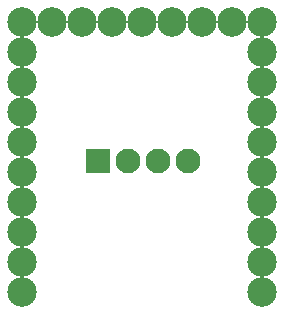
<source format=gbr>
G04 #@! TF.FileFunction,Soldermask,Bot*
%FSLAX46Y46*%
G04 Gerber Fmt 4.6, Leading zero omitted, Abs format (unit mm)*
G04 Created by KiCad (PCBNEW 4.0.6) date 04/10/19 18:14:00*
%MOMM*%
%LPD*%
G01*
G04 APERTURE LIST*
%ADD10C,0.100000*%
%ADD11C,2.500000*%
%ADD12R,2.100000X2.100000*%
%ADD13C,2.100000*%
G04 APERTURE END LIST*
D10*
D11*
X161658000Y-67860000D03*
X161658000Y-70400000D03*
X161658000Y-72940000D03*
X161658000Y-75480000D03*
X161658000Y-78020000D03*
X161658000Y-80560000D03*
X161658000Y-83100000D03*
X161658000Y-85640000D03*
X161658000Y-88180000D03*
X161658000Y-65320000D03*
X159118000Y-65320000D03*
X156578000Y-65320000D03*
X154038000Y-65320000D03*
X151498000Y-65320000D03*
X148958000Y-65320000D03*
X146418000Y-65320000D03*
X143878000Y-65320000D03*
X141338000Y-65320000D03*
X141338000Y-67860000D03*
X141338000Y-70400000D03*
X141338000Y-72940000D03*
X141338000Y-75480000D03*
X141338000Y-78020000D03*
X141338000Y-80560000D03*
X141338000Y-83100000D03*
X141338000Y-85640000D03*
X141338000Y-88180000D03*
D12*
X147811000Y-77075000D03*
D13*
X150351000Y-77075000D03*
X152891000Y-77075000D03*
X155431000Y-77075000D03*
M02*

</source>
